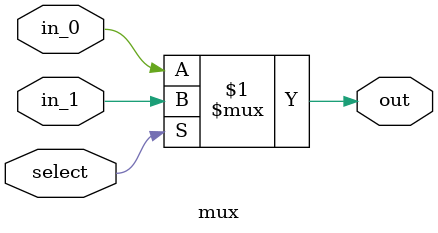
<source format=v>
module mux #(parameter size = 1) (
  input select,
  input [size - 1:0] in_0,
  input [size - 1:0] in_1,
  output [size - 1:0] out
);
  assign out = (select) ? in_1 : in_0;
endmodule

</source>
